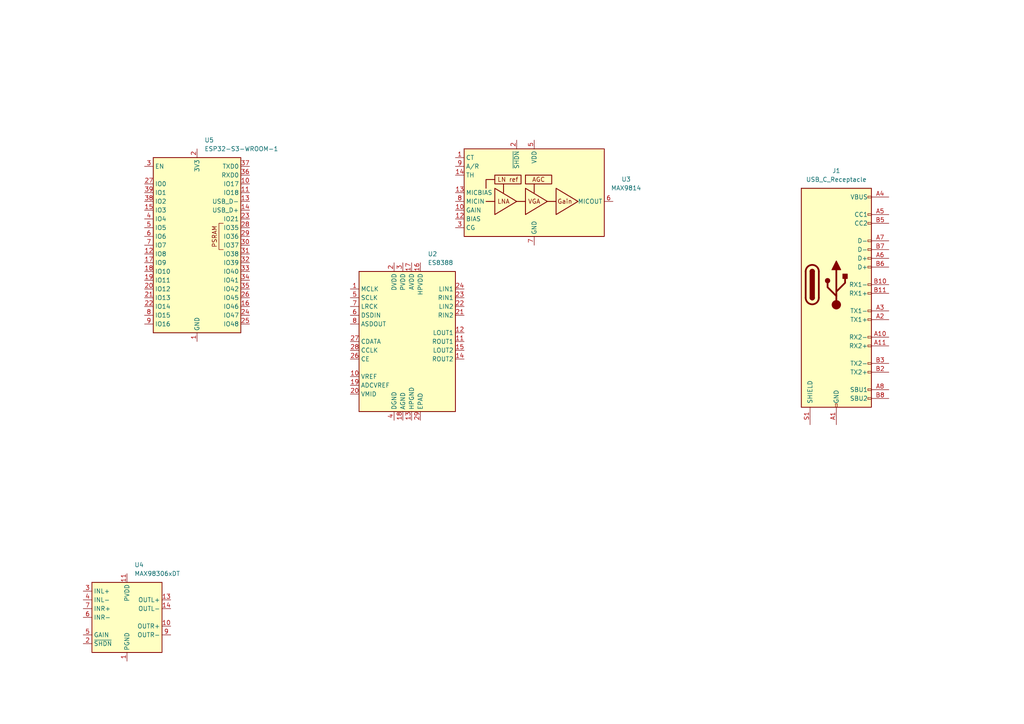
<source format=kicad_sch>
(kicad_sch (version 20250114) (generator "eeschema") (generator_version "9.0")
  (paper "A4")
  (lib_symbols
    (symbol "Amplifier_Audio:MAX9814"
      (property "Reference" "U" (at -20.32 13.97 0))
      (property "Value" "MAX9814" (at 11.43 13.97 0))
      (symbol "MAX9814_0_0"
        (rectangle (start -11.43 5.08) (end -3.81 2.54) (stroke (width 0.254)))
        (polyline (pts (xy -11.43 3.81) (xy -13.97 3.81) (xy -13.97 1.27)) (stroke (width 0.254)))
        (polyline (pts (xy -11.43 -2.54) (xy -13.97 -2.54)) (stroke (width 0.254)))
        (polyline (pts (xy -8.89 2.54) (xy -8.89 0)) (stroke (width 0.254)))
        (polyline (pts (xy -5.08 -2.54) (xy -11.43 1.27) (xy -11.43 -6.35) (xy -5.08 -2.54)) (stroke (width 0.254)))
        (rectangle (start -2.54 5.08) (end 5.08 2.54) (stroke (width 0.254)))
        (polyline (pts (xy -2.54 -2.54) (xy -5.08 -2.54)) (stroke (width 0.254)))
        (polyline (pts (xy 0 2.54) (xy 0 0)) (stroke (width 0.254)))
        (polyline (pts (xy 3.81 -2.54) (xy 6.35 -2.54)) (stroke (width 0.254)))
        (polyline (pts (xy 3.81 -2.54) (xy -2.54 1.27) (xy -2.54 -6.35) (xy 3.81 -2.54)) (stroke (width 0.254)))
        (polyline (pts (xy 12.7 -2.54) (xy 6.35 1.27) (xy 6.35 -6.35) (xy 12.7 -2.54)) (stroke (width 0.254)))
        (text "LNA" (at -8.89 -2.54 0) (effects (font (size 1.27 1.27))))
        (text "LN ref" (at -7.62 3.81 0) (effects (font (size 1.27 1.27))))
        (text "VGA" (at 0 -2.54 0) (effects (font (size 1.27 1.27))))
        (text "AGC" (at 1.27 3.81 0) (effects (font (size 1.27 1.27))))
        (text "Gain" (at 8.89 -2.54 0) (effects (font (size 1.27 1.27))))
      )
      (symbol "MAX9814_0_1"
        (rectangle (start -20.32 12.7) (end 20.32 -12.7) (stroke (width 0.254)) (fill (type background)))
      )
      (symbol "MAX9814_1_1"
        (pin input line (at -22.86 10.16 0) (length 2.54) (name "CT") (number "1"))
        (pin input line (at -22.86 7.62 0) (length 2.54) (name "A/R") (number "9"))
        (pin input line (at -22.86 5.08 0) (length 2.54) (name "TH") (number "14"))
        (pin output line (at -22.86 0 0) (length 2.54) (name "MICBIAS") (number "13"))
        (pin input line (at -22.86 -2.54 0) (length 2.54) (name "MICIN") (number "8"))
        (pin input line (at -22.86 -5.08 0) (length 2.54) (name "GAIN") (number "10"))
        (pin passive line (at -22.86 -7.62 0) (length 2.54) (name "BIAS") (number "12"))
        (pin passive line (at -22.86 -10.16 0) (length 2.54) (name "CG") (number "3"))
        (pin input line (at -5.08 15.24 270) (length 2.54) (name "~{SHDN}") (number "2"))
        (pin power_in line (at 0 15.24 270) (length 2.54) (name "VDD") (number "5"))
        (pin passive line (at 0 -15.24 90) (length 2.54) (hide yes) (name "GND") (number "11"))
        (pin passive line (at 0 -15.24 90) (length 2.54) (hide yes) (name "GND") (number "15"))
        (pin passive line (at 0 -15.24 90) (length 2.54) (hide yes) (name "GND") (number "4"))
        (pin power_in line (at 0 -15.24 90) (length 2.54) (name "GND") (number "7"))
        (pin output line (at 22.86 -2.54 180) (length 2.54) (name "MICOUT") (number "6"))
      )
    )
    (symbol "Amplifier_Audio:MAX98306xDT"
      (property "Reference" "U" (at 10.16 14.605 0))
      (property "Value" "MAX98306xDT" (at 10.16 12.065 0))
      (symbol "MAX98306xDT_0_1"
        (rectangle (start -10.16 10.16) (end 10.16 -10.16) (stroke (width 0.254)) (fill (type background)))
      )
      (symbol "MAX98306xDT_1_1"
        (pin input line (at -12.7 7.62 0) (length 2.54) (name "INL+") (number "3"))
        (pin input line (at -12.7 5.08 0) (length 2.54) (name "INL-") (number "4"))
        (pin input line (at -12.7 2.54 0) (length 2.54) (name "INR+") (number "7"))
        (pin input line (at -12.7 0 0) (length 2.54) (name "INR-") (number "6"))
        (pin input line (at -12.7 -5.08 0) (length 2.54) (name "GAIN") (number "5"))
        (pin input line (at -12.7 -7.62 0) (length 2.54) (name "~{SHDN}") (number "2"))
        (pin power_in line (at 0 12.7 270) (length 2.54) (name "PVDD") (number "11"))
        (pin passive line (at 0 12.7 270) (length 2.54) (hide yes) (name "PVDD") (number "12"))
        (pin power_in line (at 0 -12.7 90) (length 2.54) (name "PGND") (number "1"))
        (pin passive line (at 0 -12.7 90) (length 2.54) (hide yes) (name "PGND") (number "15"))
        (pin passive line (at 0 -12.7 90) (length 2.54) (hide yes) (name "PGND") (number "8"))
        (pin power_out line (at 12.7 5.08 180) (length 2.54) (name "OUTL+") (number "13"))
        (pin power_out line (at 12.7 2.54 180) (length 2.54) (name "OUTL-") (number "14"))
        (pin power_out line (at 12.7 -2.54 180) (length 2.54) (name "OUTR+") (number "10"))
        (pin power_out line (at 12.7 -5.08 180) (length 2.54) (name "OUTR-") (number "9"))
      )
    )
    (symbol "Audio:ES8388"
      (property "Reference" "U" (at -14.224 21.844 0))
      (property "Value" "ES8388" (at 9.144 21.844 0))
      (symbol "ES8388_1_1"
        (rectangle (start -15.24 20.32) (end 12.7 -20.32) (stroke (width 0.254)) (fill (type background)))
        (pin input line (at -17.78 15.24 0) (length 2.54) (name "MCLK") (number "1"))
        (pin bidirectional line (at -17.78 12.7 0) (length 2.54) (name "SCLK") (number "5"))
        (pin bidirectional line (at -17.78 10.16 0) (length 2.54) (name "LRCK") (number "7"))
        (pin input line (at -17.78 7.62 0) (length 2.54) (name "DSDIN") (number "6"))
        (pin output line (at -17.78 5.08 0) (length 2.54) (name "ASDOUT") (number "8"))
        (pin bidirectional line (at -17.78 0 0) (length 2.54) (name "CDATA") (number "27"))
        (pin input line (at -17.78 -2.54 0) (length 2.54) (name "CCLK") (number "28"))
        (pin input line (at -17.78 -5.08 0) (length 2.54) (name "CE") (number "26"))
        (pin input line (at -17.78 -10.16 0) (length 2.54) (name "VREF") (number "10"))
        (pin input line (at -17.78 -12.7 0) (length 2.54) (name "ADCVREF") (number "19"))
        (pin input line (at -17.78 -15.24 0) (length 2.54) (name "VMID") (number "20"))
        (pin power_in line (at -5.08 22.86 270) (length 2.54) (name "DVDD") (number "2"))
        (pin power_in line (at -5.08 -22.86 90) (length 2.54) (name "DGND") (number "4"))
        (pin power_in line (at -2.54 22.86 270) (length 2.54) (name "PVDD") (number "3"))
        (pin power_in line (at -2.54 -22.86 90) (length 2.54) (name "AGND") (number "18"))
        (pin power_in line (at 0 22.86 270) (length 2.54) (name "AVDD") (number "17"))
        (pin power_in line (at 0 -22.86 90) (length 2.54) (name "HPGND") (number "13"))
        (pin power_in line (at 2.54 22.86 270) (length 2.54) (name "HPVDD") (number "16"))
        (pin passive line (at 2.54 -22.86 90) (length 2.54) (name "EPAD") (number "29"))
        (pin no_connect line (at 12.7 -10.16 180) (length 2.54) (hide yes) (name "NC") (number "9"))
        (pin no_connect line (at 12.7 -12.7 180) (length 2.54) (hide yes) (name "NC") (number "25"))
        (pin input line (at 15.24 15.24 180) (length 2.54) (name "LIN1") (number "24"))
        (pin input line (at 15.24 12.7 180) (length 2.54) (name "RIN1") (number "23"))
        (pin input line (at 15.24 10.16 180) (length 2.54) (name "LIN2") (number "22"))
        (pin input line (at 15.24 7.62 180) (length 2.54) (name "RIN2") (number "21"))
        (pin output line (at 15.24 2.54 180) (length 2.54) (name "LOUT1") (number "12"))
        (pin output line (at 15.24 0 180) (length 2.54) (name "ROUT1") (number "11"))
        (pin output line (at 15.24 -2.54 180) (length 2.54) (name "LOUT2") (number "15"))
        (pin output line (at 15.24 -5.08 180) (length 2.54) (name "ROUT2") (number "14"))
      )
    )
    (symbol "Connector:USB_C_Receptacle" (pin_names (offset 1.016))
      (property "Reference" "J" (at -10.16 29.21 0))
      (property "Value" "USB_C_Receptacle" (at 10.16 29.21 0))
      (symbol "USB_C_Receptacle_0_0"
        (rectangle (start -0.254 -35.56) (end 0.254 -34.544))
        (rectangle (start 10.16 25.654) (end 9.144 25.146))
        (rectangle (start 10.16 20.574) (end 9.144 20.066))
        (rectangle (start 10.16 18.034) (end 9.144 17.526))
        (rectangle (start 10.16 12.954) (end 9.144 12.446))
        (rectangle (start 10.16 10.414) (end 9.144 9.906))
        (rectangle (start 10.16 7.874) (end 9.144 7.366))
        (rectangle (start 10.16 5.334) (end 9.144 4.826))
        (rectangle (start 10.16 0.254) (end 9.144 -0.254))
        (rectangle (start 10.16 -2.286) (end 9.144 -2.794))
        (rectangle (start 10.16 -7.366) (end 9.144 -7.874))
        (rectangle (start 10.16 -9.906) (end 9.144 -10.414))
        (rectangle (start 10.16 -14.986) (end 9.144 -15.494))
        (rectangle (start 10.16 -17.526) (end 9.144 -18.034))
        (rectangle (start 10.16 -22.606) (end 9.144 -23.114))
        (rectangle (start 10.16 -25.146) (end 9.144 -25.654))
        (rectangle (start 10.16 -30.226) (end 9.144 -30.734))
        (rectangle (start 10.16 -32.766) (end 9.144 -33.274))
      )
      (symbol "USB_C_Receptacle_0_1"
        (rectangle (start -10.16 27.94) (end 10.16 -35.56) (stroke (width 0.254)) (fill (type background)))
        (polyline (pts (xy -8.89 -3.81) (xy -8.89 3.81)) (stroke (width 0.508)))
        (rectangle (start -7.62 -3.81) (end -6.35 3.81) (stroke (width 0.254)) (fill (type outline)))
        (arc (start -7.62 3.81) (mid -6.985 4.4423) (end -6.35 3.81) (stroke (width 0.254)))
        (arc (start -7.62 3.81) (mid -6.985 4.4423) (end -6.35 3.81) (stroke (width 0.254)) (fill (type outline)))
        (arc (start -8.89 3.81) (mid -6.985 5.7067) (end -5.08 3.81) (stroke (width 0.508)))
        (arc (start -5.08 -3.81) (mid -6.985 -5.7067) (end -8.89 -3.81) (stroke (width 0.508)))
        (arc (start -6.35 -3.81) (mid -6.985 -4.4423) (end -7.62 -3.81) (stroke (width 0.254)))
        (arc (start -6.35 -3.81) (mid -6.985 -4.4423) (end -7.62 -3.81) (stroke (width 0.254)) (fill (type outline)))
        (polyline (pts (xy -5.08 3.81) (xy -5.08 -3.81)) (stroke (width 0.508)))
      )
      (symbol "USB_C_Receptacle_1_1"
        (circle (center -2.54 1.143) (radius 0.635) (stroke (width 0.254)) (fill (type outline)))
        (polyline (pts (xy -1.27 4.318) (xy 0 6.858) (xy 1.27 4.318) (xy -1.27 4.318)) (stroke (width 0.254)) (fill (type outline)))
        (polyline (pts (xy 0 -2.032) (xy 2.54 0.508) (xy 2.54 1.778)) (stroke (width 0.508)))
        (polyline (pts (xy 0 -3.302) (xy -2.54 -0.762) (xy -2.54 0.508)) (stroke (width 0.508)))
        (polyline (pts (xy 0 -5.842) (xy 0 4.318)) (stroke (width 0.508)))
        (circle (center 0 -5.842) (radius 1.27) (fill (type outline)))
        (rectangle (start 1.905 1.778) (end 3.175 3.048) (stroke (width 0.254)) (fill (type outline)))
        (pin passive line (at -7.62 -40.64 90) (length 5.08) (name "SHIELD") (number "S1"))
        (pin passive line (at 0 -40.64 90) (length 5.08) (name "GND") (number "A1"))
        (pin passive line (at 0 -40.64 90) (length 5.08) (hide yes) (name "GND") (number "A12"))
        (pin passive line (at 0 -40.64 90) (length 5.08) (hide yes) (name "GND") (number "B1"))
        (pin passive line (at 0 -40.64 90) (length 5.08) (hide yes) (name "GND") (number "B12"))
        (pin passive line (at 15.24 25.4 180) (length 5.08) (name "VBUS") (number "A4"))
        (pin passive line (at 15.24 25.4 180) (length 5.08) (hide yes) (name "VBUS") (number "A9"))
        (pin passive line (at 15.24 25.4 180) (length 5.08) (hide yes) (name "VBUS") (number "B4"))
        (pin passive line (at 15.24 25.4 180) (length 5.08) (hide yes) (name "VBUS") (number "B9"))
        (pin bidirectional line (at 15.24 20.32 180) (length 5.08) (name "CC1") (number "A5"))
        (pin bidirectional line (at 15.24 17.78 180) (length 5.08) (name "CC2") (number "B5"))
        (pin bidirectional line (at 15.24 12.7 180) (length 5.08) (name "D-") (number "A7"))
        (pin bidirectional line (at 15.24 10.16 180) (length 5.08) (name "D-") (number "B7"))
        (pin bidirectional line (at 15.24 7.62 180) (length 5.08) (name "D+") (number "A6"))
        (pin bidirectional line (at 15.24 5.08 180) (length 5.08) (name "D+") (number "B6"))
        (pin bidirectional line (at 15.24 0 180) (length 5.08) (name "RX1-") (number "B10"))
        (pin bidirectional line (at 15.24 -2.54 180) (length 5.08) (name "RX1+") (number "B11"))
        (pin bidirectional line (at 15.24 -7.62 180) (length 5.08) (name "TX1-") (number "A3"))
        (pin bidirectional line (at 15.24 -10.16 180) (length 5.08) (name "TX1+") (number "A2"))
        (pin bidirectional line (at 15.24 -15.24 180) (length 5.08) (name "RX2-") (number "A10"))
        (pin bidirectional line (at 15.24 -17.78 180) (length 5.08) (name "RX2+") (number "A11"))
        (pin bidirectional line (at 15.24 -22.86 180) (length 5.08) (name "TX2-") (number "B3"))
        (pin bidirectional line (at 15.24 -25.4 180) (length 5.08) (name "TX2+") (number "B2"))
        (pin bidirectional line (at 15.24 -30.48 180) (length 5.08) (name "SBU1") (number "A8"))
        (pin bidirectional line (at 15.24 -33.02 180) (length 5.08) (name "SBU2") (number "B8"))
      )
    )
    (symbol "RF_Module:ESP32-S3-WROOM-1"
      (property "Reference" "U" (at -12.7 26.67 0))
      (property "Value" "ESP32-S3-WROOM-1" (at 12.7 26.67 0))
      (symbol "ESP32-S3-WROOM-1_0_0"
        (rectangle (start -12.7 25.4) (end 12.7 -25.4) (stroke (width 0.254)) (fill (type background)))
        (text "PSRAM" (at 5.08 2.54 900) (effects (font (size 1.27 1.27))))
      )
      (symbol "ESP32-S3-WROOM-1_0_1"
        (polyline (pts (xy 7.62 -1.27) (xy 6.35 -1.27) (xy 6.35 6.35) (xy 7.62 6.35)))
      )
      (symbol "ESP32-S3-WROOM-1_1_1"
        (pin input line (at -15.24 22.86 0) (length 2.54) (name "EN") (number "3"))
        (pin bidirectional line (at -15.24 17.78 0) (length 2.54) (name "IO0") (number "27"))
        (pin bidirectional line (at -15.24 15.24 0) (length 2.54) (name "IO1") (number "39"))
        (pin bidirectional line (at -15.24 12.7 0) (length 2.54) (name "IO2") (number "38"))
        (pin bidirectional line (at -15.24 10.16 0) (length 2.54) (name "IO3") (number "15"))
        (pin bidirectional line (at -15.24 7.62 0) (length 2.54) (name "IO4") (number "4"))
        (pin bidirectional line (at -15.24 5.08 0) (length 2.54) (name "IO5") (number "5"))
        (pin bidirectional line (at -15.24 2.54 0) (length 2.54) (name "IO6") (number "6"))
        (pin bidirectional line (at -15.24 0 0) (length 2.54) (name "IO7") (number "7"))
        (pin bidirectional line (at -15.24 -2.54 0) (length 2.54) (name "IO8") (number "12"))
        (pin bidirectional line (at -15.24 -5.08 0) (length 2.54) (name "IO9") (number "17"))
        (pin bidirectional line (at -15.24 -7.62 0) (length 2.54) (name "IO10") (number "18"))
        (pin bidirectional line (at -15.24 -10.16 0) (length 2.54) (name "IO11") (number "19"))
        (pin bidirectional line (at -15.24 -12.7 0) (length 2.54) (name "IO12") (number "20"))
        (pin bidirectional line (at -15.24 -15.24 0) (length 2.54) (name "IO13") (number "21"))
        (pin bidirectional line (at -15.24 -17.78 0) (length 2.54) (name "IO14") (number "22"))
        (pin bidirectional line (at -15.24 -20.32 0) (length 2.54) (name "IO15") (number "8"))
        (pin bidirectional line (at -15.24 -22.86 0) (length 2.54) (name "IO16") (number "9"))
        (pin power_in line (at 0 27.94 270) (length 2.54) (name "3V3") (number "2"))
        (pin power_in line (at 0 -27.94 90) (length 2.54) (name "GND") (number "1"))
        (pin passive line (at 0 -27.94 90) (length 2.54) (hide yes) (name "GND") (number "40"))
        (pin passive line (at 0 -27.94 90) (length 2.54) (hide yes) (name "GND") (number "41"))
        (pin bidirectional line (at 15.24 22.86 180) (length 2.54) (name "TXD0") (number "37"))
        (pin bidirectional line (at 15.24 20.32 180) (length 2.54) (name "RXD0") (number "36"))
        (pin bidirectional line (at 15.24 17.78 180) (length 2.54) (name "IO17") (number "10"))
        (pin bidirectional line (at 15.24 15.24 180) (length 2.54) (name "IO18") (number "11"))
        (pin bidirectional line (at 15.24 12.7 180) (length 2.54) (name "USB_D-") (number "13"))
        (pin bidirectional line (at 15.24 10.16 180) (length 2.54) (name "USB_D+") (number "14"))
        (pin bidirectional line (at 15.24 7.62 180) (length 2.54) (name "IO21") (number "23"))
        (pin bidirectional line (at 15.24 5.08 180) (length 2.54) (name "IO35") (number "28"))
        (pin bidirectional line (at 15.24 2.54 180) (length 2.54) (name "IO36") (number "29"))
        (pin bidirectional line (at 15.24 0 180) (length 2.54) (name "IO37") (number "30"))
        (pin bidirectional line (at 15.24 -2.54 180) (length 2.54) (name "IO38") (number "31"))
        (pin bidirectional line (at 15.24 -5.08 180) (length 2.54) (name "IO39") (number "32"))
        (pin bidirectional line (at 15.24 -7.62 180) (length 2.54) (name "IO40") (number "33"))
        (pin bidirectional line (at 15.24 -10.16 180) (length 2.54) (name "IO41") (number "34"))
        (pin bidirectional line (at 15.24 -12.7 180) (length 2.54) (name "IO42") (number "35"))
        (pin bidirectional line (at 15.24 -15.24 180) (length 2.54) (name "IO45") (number "26"))
        (pin bidirectional line (at 15.24 -17.78 180) (length 2.54) (name "IO46") (number "16"))
        (pin bidirectional line (at 15.24 -20.32 180) (length 2.54) (name "IO47") (number "24"))
        (pin bidirectional line (at 15.24 -22.86 180) (length 2.54) (name "IO48") (number "25"))
      )
    )
  )
  (symbol (lib_id "Audio:ES8388") (at 119.38 99.06 0) (unit 1)
    (property "Reference" "U2" (at 124.0633 73.66 0) (effects (justify left)))
    (property "Value" "ES8388" (at 124.0633 76.2 0) (effects (justify left)))
    (property "Footprint" "Package_DFN_QFN:QFN-28-1EP_4x4mm_P0.45mm_EP2.6x2.6mm" (effects (hide yes)))
    (property "Datasheet" "http://www.everest-semi.com/pdf/ES8388%20DS.pdf" (effects (hide yes)))
    (property "Description" "Low Power Stereo Audio CODEC With Headphone Amplifier, 24-bit, 8kHz - 96kHz ADC / DAC sampling frequency, 1.8V - 3.3V supply, WQFN-28" (effects (hide yes)))
  )
  (symbol (lib_id "Amplifier_Audio:MAX98306xDT") (at 36.83 179.07 0) (unit 1)
    (property "Reference" "U4" (at 38.9733 163.83 0) (effects (justify left)))
    (property "Value" "MAX98306xDT" (at 38.9733 166.37 0) (effects (justify left)))
    (property "Footprint" "Package_DFN_QFN:TDFN-14-1EP_3x3mm_P0.4mm_EP1.78x2.35mm" (effects (hide yes)))
    (property "Datasheet" "https://datasheets.maximintegrated.com/en/ds/MAX98306.pdf" (effects (hide yes)))
    (property "Description" "Stereo 3.7 W Class D Amplifier, TDFN-14" (effects (hide yes)))
  )
  (symbol (lib_id "Connector:USB_C_Receptacle") (at 242.57 82.55 0) (unit 1)
    (property "Reference" "J1" (at 242.57 49.53 0))
    (property "Value" "USB_C_Receptacle" (at 242.57 52.07 0))
    (property "Datasheet" "https://www.usb.org/sites/default/files/documents/usb_type-c.zip" (effects (hide yes)))
    (property "Description" "USB Full-Featured Type-C Receptacle connector" (effects (hide yes)))
  )
  (symbol (lib_id "Amplifier_Audio:MAX9814") (at 154.94 55.88 0) (unit 1)
    (property "Reference" "U3" (at 181.61 51.9998 0))
    (property "Value" "MAX9814" (at 181.61 54.5398 0))
    (property "Footprint" "Package_DFN_QFN:DFN-14-1EP_3x3mm_P0.4mm_EP1.78x2.35mm" (effects (hide yes)))
    (property "Datasheet" "https://datasheets.maximintegrated.com/en/ds/MAX9814.pdf" (effects (hide yes)))
    (property "Description" "Microphone Amplifier with AGC and Low-Noise Microphone Bias, TDFN-14" (effects (hide yes)))
  )
  (symbol (lib_id "RF_Module:ESP32-S3-WROOM-1") (at 57.15 71.12 0) (unit 1)
    (property "Reference" "U5" (at 59.2933 40.64 0) (effects (justify left)))
    (property "Value" "ESP32-S3-WROOM-1" (at 59.2933 43.18 0) (effects (justify left)))
    (property "Footprint" "RF_Module:ESP32-S3-WROOM-1" (effects (hide yes)))
    (property "Datasheet" "https://www.espressif.com/sites/default/files/documentation/esp32-s3-wroom-1_wroom-1u_datasheet_en.pdf" (effects (hide yes)))
    (property "Description" "RF Module, ESP32-S3 SoC, Wi-Fi 802.11b/g/n, Bluetooth, BLE, 32-bit, 3.3V, onboard antenna, SMD" (effects (hide yes)))
  )
)
</source>
